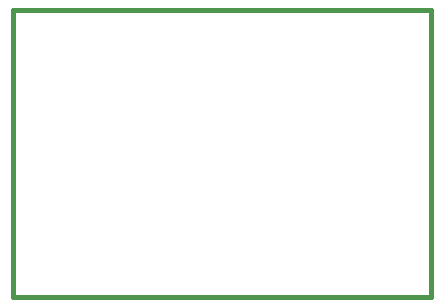
<source format=gko>
%FSAX25Y25*%
%MOIN*%
G70*
G01*
G75*
G04 Layer_Color=16711935*
%ADD10C,0.05000*%
%ADD11R,0.02165X0.02362*%
%ADD12R,0.05906X0.01181*%
%ADD13R,0.01181X0.05906*%
%ADD14R,0.02362X0.02165*%
%ADD15R,0.04528X0.05512*%
%ADD16R,0.03740X0.03740*%
%ADD17R,0.02165X0.05709*%
%ADD18R,0.02165X0.05709*%
%ADD19R,0.04331X0.02559*%
%ADD20R,0.05118X0.05906*%
%ADD21R,0.02165X0.05709*%
%ADD22R,0.11024X0.02953*%
G04:AMPARAMS|DCode=23|XSize=31.5mil|YSize=51.18mil|CornerRadius=7.87mil|HoleSize=0mil|Usage=FLASHONLY|Rotation=90.000|XOffset=0mil|YOffset=0mil|HoleType=Round|Shape=RoundedRectangle|*
%AMROUNDEDRECTD23*
21,1,0.03150,0.03543,0,0,90.0*
21,1,0.01575,0.05118,0,0,90.0*
1,1,0.01575,0.01772,0.00787*
1,1,0.01575,0.01772,-0.00787*
1,1,0.01575,-0.01772,-0.00787*
1,1,0.01575,-0.01772,0.00787*
%
%ADD23ROUNDEDRECTD23*%
%ADD24R,0.11811X0.08268*%
%ADD25R,0.03150X0.03150*%
%ADD26C,0.01000*%
%ADD27C,0.02000*%
%ADD28C,0.01500*%
%ADD29C,0.01800*%
%ADD30C,0.03000*%
%ADD31C,0.02362*%
%ADD32C,0.03150*%
%ADD33C,0.03500*%
%ADD34R,0.06890X0.03347*%
G04:AMPARAMS|DCode=35|XSize=68.9mil|YSize=33.47mil|CornerRadius=8.37mil|HoleSize=0mil|Usage=FLASHONLY|Rotation=180.000|XOffset=0mil|YOffset=0mil|HoleType=Round|Shape=RoundedRectangle|*
%AMROUNDEDRECTD35*
21,1,0.06890,0.01673,0,0,180.0*
21,1,0.05217,0.03347,0,0,180.0*
1,1,0.01673,-0.02608,0.00837*
1,1,0.01673,0.02608,0.00837*
1,1,0.01673,0.02608,-0.00837*
1,1,0.01673,-0.02608,-0.00837*
%
%ADD35ROUNDEDRECTD35*%
%ADD36R,0.09843X0.07874*%
%ADD37R,0.09055X0.01969*%
G04:AMPARAMS|DCode=38|XSize=19.69mil|YSize=90.55mil|CornerRadius=4.92mil|HoleSize=0mil|Usage=FLASHONLY|Rotation=270.000|XOffset=0mil|YOffset=0mil|HoleType=Round|Shape=RoundedRectangle|*
%AMROUNDEDRECTD38*
21,1,0.01969,0.08071,0,0,270.0*
21,1,0.00984,0.09055,0,0,270.0*
1,1,0.00984,-0.04035,-0.00492*
1,1,0.00984,-0.04035,0.00492*
1,1,0.00984,0.04035,0.00492*
1,1,0.00984,0.04035,-0.00492*
%
%ADD38ROUNDEDRECTD38*%
%ADD39R,0.06102X0.06299*%
%ADD40R,0.11024X0.05512*%
%ADD41R,0.11811X0.05512*%
%ADD42R,0.07480X0.05512*%
%ADD43R,0.11024X0.06102*%
G04:AMPARAMS|DCode=44|XSize=61.02mil|YSize=82.68mil|CornerRadius=15.26mil|HoleSize=0mil|Usage=FLASHONLY|Rotation=90.000|XOffset=0mil|YOffset=0mil|HoleType=Round|Shape=RoundedRectangle|*
%AMROUNDEDRECTD44*
21,1,0.06102,0.05217,0,0,90.0*
21,1,0.03051,0.08268,0,0,90.0*
1,1,0.03051,0.02608,0.01526*
1,1,0.03051,0.02608,-0.01526*
1,1,0.03051,-0.02608,-0.01526*
1,1,0.03051,-0.02608,0.01526*
%
%ADD44ROUNDEDRECTD44*%
G04:AMPARAMS|DCode=45|XSize=31.5mil|YSize=62.99mil|CornerRadius=7.87mil|HoleSize=0mil|Usage=FLASHONLY|Rotation=90.000|XOffset=0mil|YOffset=0mil|HoleType=Round|Shape=RoundedRectangle|*
%AMROUNDEDRECTD45*
21,1,0.03150,0.04724,0,0,90.0*
21,1,0.01575,0.06299,0,0,90.0*
1,1,0.01575,0.02362,0.00787*
1,1,0.01575,0.02362,-0.00787*
1,1,0.01575,-0.02362,-0.00787*
1,1,0.01575,-0.02362,0.00787*
%
%ADD45ROUNDEDRECTD45*%
%ADD46R,0.06299X0.03150*%
G04:AMPARAMS|DCode=47|XSize=31.5mil|YSize=51.18mil|CornerRadius=7.87mil|HoleSize=0mil|Usage=FLASHONLY|Rotation=180.000|XOffset=0mil|YOffset=0mil|HoleType=Round|Shape=RoundedRectangle|*
%AMROUNDEDRECTD47*
21,1,0.03150,0.03543,0,0,180.0*
21,1,0.01575,0.05118,0,0,180.0*
1,1,0.01575,-0.00787,0.01772*
1,1,0.01575,0.00787,0.01772*
1,1,0.01575,0.00787,-0.01772*
1,1,0.01575,-0.00787,-0.01772*
%
%ADD47ROUNDEDRECTD47*%
%ADD48R,0.08268X0.11811*%
%ADD49R,0.03150X0.05118*%
%ADD50R,0.05118X0.03150*%
%ADD51R,0.14800X0.13400*%
%ADD52R,0.01955X0.02104*%
%ADD53C,0.00787*%
%ADD54C,0.00984*%
%ADD55C,0.00984*%
%ADD56C,0.00500*%
%ADD57C,0.00700*%
%ADD58C,0.05800*%
%ADD59R,0.02965X0.03162*%
%ADD60R,0.06706X0.01981*%
%ADD61R,0.01981X0.06706*%
%ADD62R,0.03162X0.02965*%
%ADD63R,0.05328X0.06312*%
%ADD64R,0.04540X0.04540*%
%ADD65R,0.02965X0.06509*%
%ADD66R,0.02965X0.06509*%
%ADD67R,0.05131X0.03359*%
%ADD68R,0.05918X0.06706*%
%ADD69R,0.02965X0.06509*%
G04:AMPARAMS|DCode=70|XSize=39.5mil|YSize=59.18mil|CornerRadius=9.87mil|HoleSize=0mil|Usage=FLASHONLY|Rotation=90.000|XOffset=0mil|YOffset=0mil|HoleType=Round|Shape=RoundedRectangle|*
%AMROUNDEDRECTD70*
21,1,0.03950,0.03943,0,0,90.0*
21,1,0.01975,0.05918,0,0,90.0*
1,1,0.01975,0.01972,0.00987*
1,1,0.01975,0.01972,-0.00987*
1,1,0.01975,-0.01972,-0.00987*
1,1,0.01975,-0.01972,0.00987*
%
%ADD70ROUNDEDRECTD70*%
%ADD71R,0.12611X0.09068*%
%ADD72R,0.03950X0.03950*%
%ADD73C,0.03162*%
%ADD74C,0.04300*%
%ADD75C,0.03950*%
%ADD76R,0.07690X0.04147*%
G04:AMPARAMS|DCode=77|XSize=76.9mil|YSize=41.47mil|CornerRadius=10.37mil|HoleSize=0mil|Usage=FLASHONLY|Rotation=180.000|XOffset=0mil|YOffset=0mil|HoleType=Round|Shape=RoundedRectangle|*
%AMROUNDEDRECTD77*
21,1,0.07690,0.02073,0,0,180.0*
21,1,0.05617,0.04147,0,0,180.0*
1,1,0.02073,-0.02808,0.01037*
1,1,0.02073,0.02808,0.01037*
1,1,0.02073,0.02808,-0.01037*
1,1,0.02073,-0.02808,-0.01037*
%
%ADD77ROUNDEDRECTD77*%
%ADD78R,0.10642X0.08674*%
%ADD79R,0.09855X0.02769*%
G04:AMPARAMS|DCode=80|XSize=27.69mil|YSize=98.55mil|CornerRadius=6.92mil|HoleSize=0mil|Usage=FLASHONLY|Rotation=270.000|XOffset=0mil|YOffset=0mil|HoleType=Round|Shape=RoundedRectangle|*
%AMROUNDEDRECTD80*
21,1,0.02769,0.08471,0,0,270.0*
21,1,0.01384,0.09855,0,0,270.0*
1,1,0.01384,-0.04235,-0.00692*
1,1,0.01384,-0.04235,0.00692*
1,1,0.01384,0.04235,0.00692*
1,1,0.01384,0.04235,-0.00692*
%
%ADD80ROUNDEDRECTD80*%
%ADD81R,0.06902X0.07099*%
%ADD82R,0.11824X0.06312*%
%ADD83R,0.12611X0.06312*%
%ADD84R,0.08280X0.06312*%
%ADD85R,0.11824X0.06902*%
G04:AMPARAMS|DCode=86|XSize=69.02mil|YSize=90.68mil|CornerRadius=17.26mil|HoleSize=0mil|Usage=FLASHONLY|Rotation=90.000|XOffset=0mil|YOffset=0mil|HoleType=Round|Shape=RoundedRectangle|*
%AMROUNDEDRECTD86*
21,1,0.06902,0.05617,0,0,90.0*
21,1,0.03451,0.09068,0,0,90.0*
1,1,0.03451,0.02808,0.01726*
1,1,0.03451,0.02808,-0.01726*
1,1,0.03451,-0.02808,-0.01726*
1,1,0.03451,-0.02808,0.01726*
%
%ADD86ROUNDEDRECTD86*%
G04:AMPARAMS|DCode=87|XSize=39.5mil|YSize=70.99mil|CornerRadius=9.87mil|HoleSize=0mil|Usage=FLASHONLY|Rotation=90.000|XOffset=0mil|YOffset=0mil|HoleType=Round|Shape=RoundedRectangle|*
%AMROUNDEDRECTD87*
21,1,0.03950,0.05124,0,0,90.0*
21,1,0.01975,0.07099,0,0,90.0*
1,1,0.01975,0.02562,0.00987*
1,1,0.01975,0.02562,-0.00987*
1,1,0.01975,-0.02562,-0.00987*
1,1,0.01975,-0.02562,0.00987*
%
%ADD87ROUNDEDRECTD87*%
%ADD88R,0.07099X0.03950*%
G04:AMPARAMS|DCode=89|XSize=39.5mil|YSize=59.18mil|CornerRadius=9.87mil|HoleSize=0mil|Usage=FLASHONLY|Rotation=180.000|XOffset=0mil|YOffset=0mil|HoleType=Round|Shape=RoundedRectangle|*
%AMROUNDEDRECTD89*
21,1,0.03950,0.03943,0,0,180.0*
21,1,0.01975,0.05918,0,0,180.0*
1,1,0.01975,-0.00987,0.01972*
1,1,0.01975,0.00987,0.01972*
1,1,0.01975,0.00987,-0.01972*
1,1,0.01975,-0.00987,-0.01972*
%
%ADD89ROUNDEDRECTD89*%
%ADD90R,0.09068X0.12611*%
%ADD91R,0.03950X0.05918*%
%ADD92R,0.05918X0.03950*%
D29*
X0424000Y0229300D02*
Y0324900D01*
X0284800Y0229300D02*
X0424000D01*
X0284800D02*
Y0324900D01*
X0424000D01*
M02*

</source>
